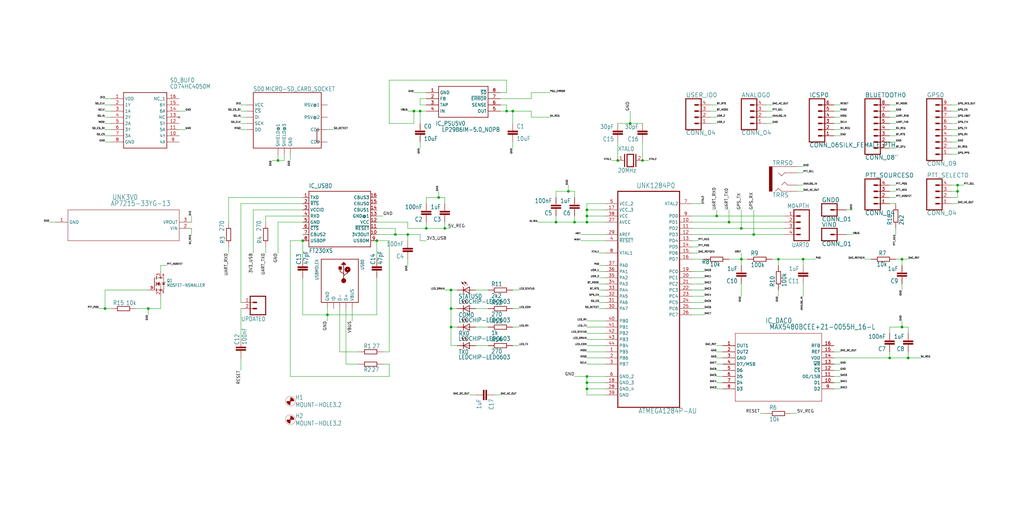
<source format=kicad_sch>
(kicad_sch (version 20211123) (generator eeschema)
  (paper "User" 421.005 210.007)
  (junction (at 241.3 88.9))
  (junction (at 393.7 76.2))
  (junction (at 154.94 99.06))
  (junction (at 330.2 106.68))
  (junction (at 264.16 66.04))
  (junction (at 236.22 91.44))
  (junction (at 114.3 66.04))
  (junction (at 162.56 96.52))
  (junction (at 180.34 81.28))
  (junction (at 259.08 50.8))
  (junction (at 210.82 45.72))
  (junction (at 299.72 91.44))
  (junction (at 304.8 106.68))
  (junction (at 241.3 86.36))
  (junction (at 185.42 127))
  (junction (at 320.04 106.68))
  (junction (at 241.3 157.48))
  (junction (at 208.28 45.72))
  (junction (at 370.84 134.62))
  (junction (at 185.42 134.62))
  (junction (at 124.46 99.06))
  (junction (at 241.3 91.44))
  (junction (at 294.64 88.9))
  (junction (at 60.96 127))
  (junction (at 365.76 147.32))
  (junction (at 370.84 106.68))
  (junction (at 373.38 147.32))
  (junction (at 134.62 129.54))
  (junction (at 241.3 154.94))
  (junction (at 182.88 93.98))
  (junction (at 43.18 127))
  (junction (at 170.18 45.72))
  (junction (at 233.68 78.74))
  (junction (at 393.7 78.74))
  (junction (at 304.8 93.98))
  (junction (at 172.72 45.72))
  (junction (at 167.64 96.52))
  (junction (at 254 66.04))
  (junction (at 241.3 160.02))
  (junction (at 185.42 119.38))
  (junction (at 309.88 96.52))
  (junction (at 228.6 91.44))
  (junction (at 175.26 93.98))
  (wire (pts (xy 342.9 157.48) (xy 345.44 157.48)))
  (wire (pts (xy 208.28 38.1) (xy 208.28 33.02)))
  (wire (pts (xy 203.2 162.56) (xy 205.74 162.56)))
  (wire (pts (xy 157.48 144.78) (xy 160.02 144.78)))
  (wire (pts (xy 370.84 134.62) (xy 373.38 134.62)))
  (wire (pts (xy 297.18 149.86) (xy 294.64 149.86)))
  (wire (pts (xy 365.76 147.32) (xy 373.38 147.32)))
  (wire (pts (xy 248.92 86.36) (xy 241.3 86.36)))
  (wire (pts (xy 99.06 147.32) (xy 99.06 152.4)))
  (wire (pts (xy 187.96 119.38) (xy 185.42 119.38)))
  (wire (pts (xy 342.9 48.26) (xy 345.44 48.26)))
  (wire (pts (xy 218.44 40.64) (xy 218.44 38.1)))
  (wire (pts (xy 175.26 91.44) (xy 175.26 93.98)))
  (wire (pts (xy 391.16 60.96) (xy 393.7 60.96)))
  (wire (pts (xy 160.02 149.86) (xy 157.48 149.86)))
  (wire (pts (xy 297.18 157.48) (xy 294.64 157.48)))
  (wire (pts (xy 185.42 127) (xy 185.42 119.38)))
  (wire (pts (xy 175.26 38.1) (xy 170.18 38.1)))
  (wire (pts (xy 93.98 81.28) (xy 93.98 91.44)))
  (wire (pts (xy 299.72 91.44) (xy 322.58 91.44)))
  (wire (pts (xy 175.26 83.82) (xy 175.26 81.28)))
  (wire (pts (xy 391.16 63.5) (xy 393.7 63.5)))
  (wire (pts (xy 342.9 152.4) (xy 345.44 152.4)))
  (wire (pts (xy 391.16 81.28) (xy 393.7 81.28)))
  (wire (pts (xy 391.16 78.74) (xy 393.7 78.74)))
  (wire (pts (xy 254 66.04) (xy 254 58.42)))
  (wire (pts (xy 160.02 33.02) (xy 160.02 50.8)))
  (wire (pts (xy 248.92 109.22) (xy 246.38 109.22)))
  (wire (pts (xy 317.5 106.68) (xy 320.04 106.68)))
  (wire (pts (xy 109.22 88.9) (xy 109.22 91.44)))
  (wire (pts (xy 172.72 45.72) (xy 170.18 45.72)))
  (wire (pts (xy 284.48 116.84) (xy 289.56 116.84)))
  (wire (pts (xy 297.18 142.24) (xy 294.64 142.24)))
  (wire (pts (xy 119.38 99.06) (xy 119.38 154.94)))
  (wire (pts (xy 134.62 53.34) (xy 137.16 53.34)))
  (wire (pts (xy 342.9 144.78) (xy 345.44 144.78)))
  (wire (pts (xy 314.96 48.26) (xy 317.5 48.26)))
  (wire (pts (xy 241.3 91.44) (xy 248.92 91.44)))
  (wire (pts (xy 370.84 106.68) (xy 370.84 109.22)))
  (wire (pts (xy 45.72 48.26) (xy 43.18 48.26)))
  (wire (pts (xy 208.28 43.18) (xy 208.28 45.72)))
  (wire (pts (xy 309.88 96.52) (xy 322.58 96.52)))
  (wire (pts (xy 60.96 127) (xy 66.04 127)))
  (wire (pts (xy 391.16 76.2) (xy 393.7 76.2)))
  (wire (pts (xy 162.56 96.52) (xy 167.64 96.52)))
  (wire (pts (xy 297.18 154.94) (xy 294.64 154.94)))
  (wire (pts (xy 284.48 129.54) (xy 289.56 129.54)))
  (wire (pts (xy 342.9 160.02) (xy 345.44 160.02)))
  (wire (pts (xy 297.18 144.78) (xy 294.64 144.78)))
  (wire (pts (xy 154.94 114.3) (xy 154.94 129.54)))
  (wire (pts (xy 327.66 71.12) (xy 330.2 71.12)))
  (wire (pts (xy 101.6 45.72) (xy 99.06 45.72)))
  (wire (pts (xy 342.9 147.32) (xy 365.76 147.32)))
  (wire (pts (xy 175.26 93.98) (xy 182.88 93.98)))
  (wire (pts (xy 254 66.04) (xy 251.46 66.04)))
  (wire (pts (xy 104.14 86.36) (xy 104.14 104.14)))
  (wire (pts (xy 167.64 91.44) (xy 167.64 93.98)))
  (wire (pts (xy 391.16 83.82) (xy 393.7 83.82)))
  (wire (pts (xy 365.76 76.2) (xy 368.3 76.2)))
  (wire (pts (xy 172.72 45.72) (xy 172.72 50.8)))
  (wire (pts (xy 182.88 91.44) (xy 182.88 93.98)))
  (wire (pts (xy 160.02 99.06) (xy 160.02 144.78)))
  (wire (pts (xy 210.82 58.42) (xy 210.82 60.96)))
  (wire (pts (xy 365.76 83.82) (xy 368.3 83.82)))
  (wire (pts (xy 228.6 78.74) (xy 233.68 78.74)))
  (wire (pts (xy 320.04 119.38) (xy 320.04 121.92)))
  (wire (pts (xy 370.84 134.62) (xy 370.84 132.08)))
  (wire (pts (xy 124.46 129.54) (xy 134.62 129.54)))
  (wire (pts (xy 154.94 96.52) (xy 162.56 96.52)))
  (wire (pts (xy 241.3 157.48) (xy 241.3 160.02)))
  (wire (pts (xy 342.9 45.72) (xy 345.44 45.72)))
  (wire (pts (xy 330.2 116.84) (xy 330.2 121.92)))
  (wire (pts (xy 124.46 91.44) (xy 114.3 91.44)))
  (wire (pts (xy 218.44 38.1) (xy 226.06 38.1)))
  (wire (pts (xy 66.04 127) (xy 66.04 121.92)))
  (wire (pts (xy 368.3 93.98) (xy 368.3 96.52)))
  (wire (pts (xy 142.24 127) (xy 142.24 149.86)))
  (wire (pts (xy 195.58 142.24) (xy 200.66 142.24)))
  (wire (pts (xy 248.92 154.94) (xy 241.3 154.94)))
  (wire (pts (xy 365.76 81.28) (xy 368.3 81.28)))
  (wire (pts (xy 60.96 127) (xy 60.96 129.54)))
  (wire (pts (xy 241.3 154.94) (xy 236.22 154.94)))
  (wire (pts (xy 248.92 132.08) (xy 241.3 132.08)))
  (wire (pts (xy 365.76 45.72) (xy 368.3 45.72)))
  (wire (pts (xy 365.76 43.18) (xy 368.3 43.18)))
  (wire (pts (xy 193.04 162.56) (xy 195.58 162.56)))
  (wire (pts (xy 228.6 88.9) (xy 228.6 91.44)))
  (wire (pts (xy 391.16 45.72) (xy 393.7 45.72)))
  (wire (pts (xy 210.82 45.72) (xy 218.44 45.72)))
  (wire (pts (xy 195.58 127) (xy 200.66 127)))
  (wire (pts (xy 284.48 111.76) (xy 289.56 111.76)))
  (wire (pts (xy 172.72 99.06) (xy 175.26 99.06)))
  (wire (pts (xy 365.76 134.62) (xy 370.84 134.62)))
  (wire (pts (xy 248.92 147.32) (xy 241.3 147.32)))
  (wire (pts (xy 284.48 114.3) (xy 289.56 114.3)))
  (wire (pts (xy 292.1 45.72) (xy 294.64 45.72)))
  (wire (pts (xy 187.96 134.62) (xy 185.42 134.62)))
  (wire (pts (xy 109.22 101.6) (xy 109.22 104.14)))
  (wire (pts (xy 299.72 106.68) (xy 304.8 106.68)))
  (wire (pts (xy 210.82 119.38) (xy 213.36 119.38)))
  (wire (pts (xy 241.3 91.44) (xy 236.22 91.44)))
  (wire (pts (xy 210.82 134.62) (xy 213.36 134.62)))
  (wire (pts (xy 304.8 93.98) (xy 304.8 86.36)))
  (wire (pts (xy 45.72 43.18) (xy 43.18 43.18)))
  (wire (pts (xy 218.44 48.26) (xy 226.06 48.26)))
  (wire (pts (xy 45.72 58.42) (xy 43.18 58.42)))
  (wire (pts (xy 284.48 96.52) (xy 309.88 96.52)))
  (wire (pts (xy 246.38 104.14) (xy 248.92 104.14)))
  (wire (pts (xy 154.94 91.44) (xy 167.64 91.44)))
  (wire (pts (xy 373.38 144.78) (xy 373.38 147.32)))
  (wire (pts (xy 139.7 144.78) (xy 147.32 144.78)))
  (wire (pts (xy 391.16 50.8) (xy 393.7 50.8)))
  (wire (pts (xy 259.08 50.8) (xy 259.08 45.72)))
  (wire (pts (xy 93.98 101.6) (xy 93.98 104.14)))
  (wire (pts (xy 154.94 106.68) (xy 154.94 99.06)))
  (wire (pts (xy 248.92 134.62) (xy 241.3 134.62)))
  (wire (pts (xy 78.74 93.98) (xy 78.74 96.52)))
  (wire (pts (xy 172.72 96.52) (xy 172.72 99.06)))
  (wire (pts (xy 299.72 91.44) (xy 299.72 86.36)))
  (wire (pts (xy 101.6 53.34) (xy 99.06 53.34)))
  (wire (pts (xy 228.6 91.44) (xy 220.98 91.44)))
  (wire (pts (xy 205.74 40.64) (xy 218.44 40.64)))
  (wire (pts (xy 101.6 50.8) (xy 99.06 50.8)))
  (wire (pts (xy 342.9 154.94) (xy 345.44 154.94)))
  (wire (pts (xy 248.92 144.78) (xy 241.3 144.78)))
  (wire (pts (xy 182.88 81.28) (xy 180.34 81.28)))
  (wire (pts (xy 342.9 50.8) (xy 345.44 50.8)))
  (wire (pts (xy 236.22 78.74) (xy 236.22 81.28)))
  (wire (pts (xy 365.76 50.8) (xy 368.3 50.8)))
  (wire (pts (xy 248.92 111.76) (xy 246.38 111.76)))
  (wire (pts (xy 248.92 121.92) (xy 246.38 121.92)))
  (wire (pts (xy 167.64 99.06) (xy 167.64 96.52)))
  (wire (pts (xy 73.66 53.34) (xy 76.2 53.34)))
  (wire (pts (xy 248.92 119.38) (xy 246.38 119.38)))
  (wire (pts (xy 330.2 106.68) (xy 335.28 106.68)))
  (wire (pts (xy 241.3 88.9) (xy 241.3 91.44)))
  (wire (pts (xy 314.96 170.18) (xy 312.42 170.18)))
  (wire (pts (xy 236.22 88.9) (xy 236.22 91.44)))
  (wire (pts (xy 241.3 160.02) (xy 241.3 162.56)))
  (wire (pts (xy 259.08 50.8) (xy 264.16 50.8)))
  (wire (pts (xy 43.18 127) (xy 43.18 119.38)))
  (wire (pts (xy 284.48 104.14) (xy 287.02 104.14)))
  (wire (pts (xy 124.46 114.3) (xy 124.46 129.54)))
  (wire (pts (xy 393.7 81.28) (xy 393.7 78.74)))
  (wire (pts (xy 124.46 99.06) (xy 119.38 99.06)))
  (wire (pts (xy 248.92 96.52) (xy 238.76 96.52)))
  (wire (pts (xy 182.88 83.82) (xy 182.88 81.28)))
  (wire (pts (xy 175.26 40.64) (xy 172.72 40.64)))
  (wire (pts (xy 304.8 116.84) (xy 304.8 121.92)))
  (wire (pts (xy 365.76 144.78) (xy 365.76 147.32)))
  (wire (pts (xy 172.72 58.42) (xy 172.72 60.96)))
  (wire (pts (xy 248.92 114.3) (xy 246.38 114.3)))
  (wire (pts (xy 373.38 134.62) (xy 373.38 137.16)))
  (wire (pts (xy 195.58 134.62) (xy 200.66 134.62)))
  (wire (pts (xy 101.6 43.18) (xy 99.06 43.18)))
  (wire (pts (xy 391.16 55.88) (xy 393.7 55.88)))
  (wire (pts (xy 185.42 119.38) (xy 182.88 119.38)))
  (wire (pts (xy 314.96 50.8) (xy 317.5 50.8)))
  (wire (pts (xy 170.18 45.72) (xy 167.64 45.72)))
  (wire (pts (xy 180.34 81.28) (xy 175.26 81.28)))
  (wire (pts (xy 241.3 154.94) (xy 241.3 157.48)))
  (wire (pts (xy 114.3 91.44) (xy 114.3 104.14)))
  (wire (pts (xy 160.02 154.94) (xy 160.02 149.86)))
  (wire (pts (xy 172.72 43.18) (xy 175.26 43.18)))
  (wire (pts (xy 43.18 127) (xy 40.64 127)))
  (wire (pts (xy 248.92 127) (xy 246.38 127)))
  (wire (pts (xy 342.9 53.34) (xy 345.44 53.34)))
  (wire (pts (xy 144.78 127) (xy 144.78 132.08)))
  (wire (pts (xy 370.84 116.84) (xy 370.84 119.38)))
  (wire (pts (xy 248.92 139.7) (xy 241.3 139.7)))
  (wire (pts (xy 347.98 96.52) (xy 350.52 96.52)))
  (wire (pts (xy 124.46 99.06) (xy 124.46 106.68)))
  (wire (pts (xy 292.1 50.8) (xy 294.64 50.8)))
  (wire (pts (xy 22.86 91.44) (xy 20.32 91.44)))
  (wire (pts (xy 365.76 78.74) (xy 368.3 78.74)))
  (wire (pts (xy 124.46 88.9) (xy 109.22 88.9)))
  (wire (pts (xy 327.66 78.74) (xy 330.2 78.74)))
  (wire (pts (xy 365.76 48.26) (xy 368.3 48.26)))
  (wire (pts (xy 45.72 55.88) (xy 43.18 55.88)))
  (wire (pts (xy 241.3 86.36) (xy 241.3 88.9)))
  (wire (pts (xy 154.94 88.9) (xy 157.48 88.9)))
  (wire (pts (xy 304.8 93.98) (xy 322.58 93.98)))
  (wire (pts (xy 284.48 99.06) (xy 287.02 99.06)))
  (wire (pts (xy 365.76 55.88) (xy 368.3 55.88)))
  (wire (pts (xy 248.92 142.24) (xy 241.3 142.24)))
  (wire (pts (xy 99.06 83.82) (xy 99.06 124.46)))
  (wire (pts (xy 365.76 53.34) (xy 368.3 53.34)))
  (wire (pts (xy 391.16 48.26) (xy 393.7 48.26)))
  (wire (pts (xy 294.64 88.9) (xy 322.58 88.9)))
  (wire (pts (xy 304.8 106.68) (xy 307.34 106.68)))
  (wire (pts (xy 124.46 83.82) (xy 99.06 83.82)))
  (wire (pts (xy 330.2 106.68) (xy 330.2 109.22)))
  (wire (pts (xy 304.8 106.68) (xy 304.8 109.22)))
  (wire (pts (xy 365.76 137.16) (xy 365.76 134.62)))
  (wire (pts (xy 292.1 43.18) (xy 294.64 43.18)))
  (wire (pts (xy 180.34 81.28) (xy 180.34 78.74)))
  (wire (pts (xy 304.8 106.68) (xy 304.8 104.14)))
  (wire (pts (xy 248.92 149.86) (xy 241.3 149.86)))
  (wire (pts (xy 134.62 127) (xy 134.62 129.54)))
  (wire (pts (xy 393.7 78.74) (xy 393.7 76.2)))
  (wire (pts (xy 241.3 83.82) (xy 241.3 86.36)))
  (wire (pts (xy 154.94 129.54) (xy 134.62 129.54)))
  (wire (pts (xy 208.28 45.72) (xy 210.82 45.72)))
  (wire (pts (xy 124.46 86.36) (xy 104.14 86.36)))
  (wire (pts (xy 233.68 78.74) (xy 233.68 76.2)))
  (wire (pts (xy 309.88 96.52) (xy 309.88 86.36)))
  (wire (pts (xy 45.72 127) (xy 43.18 127)))
  (wire (pts (xy 185.42 134.62) (xy 185.42 127)))
  (wire (pts (xy 218.44 45.72) (xy 218.44 48.26)))
  (wire (pts (xy 325.12 170.18) (xy 327.66 170.18)))
  (wire (pts (xy 236.22 91.44) (xy 228.6 91.44)))
  (wire (pts (xy 297.18 152.4) (xy 294.64 152.4)))
  (wire (pts (xy 248.92 99.06) (xy 238.76 99.06)))
  (wire (pts (xy 365.76 58.42) (xy 368.3 58.42)))
  (wire (pts (xy 134.62 129.54) (xy 134.62 132.08)))
  (wire (pts (xy 294.64 86.36) (xy 294.64 88.9)))
  (wire (pts (xy 45.72 50.8) (xy 43.18 50.8)))
  (wire (pts (xy 172.72 40.64) (xy 172.72 43.18)))
  (wire (pts (xy 208.28 33.02) (xy 160.02 33.02)))
  (wire (pts (xy 116.84 66.04) (xy 114.3 66.04)))
  (wire (pts (xy 116.84 63.5) (xy 116.84 66.04)))
  (wire (pts (xy 342.9 43.18) (xy 345.44 43.18)))
  (wire (pts (xy 314.96 45.72) (xy 317.5 45.72)))
  (wire (pts (xy 248.92 137.16) (xy 241.3 137.16)))
  (wire (pts (xy 284.48 124.46) (xy 289.56 124.46)))
  (wire (pts (xy 347.98 86.36) (xy 350.52 86.36)))
  (wire (pts (xy 254 50.8) (xy 259.08 50.8)))
  (wire (pts (xy 43.18 119.38) (xy 60.96 119.38)))
  (wire (pts (xy 210.82 127) (xy 213.36 127)))
  (wire (pts (xy 154.94 99.06) (xy 160.02 99.06)))
  (wire (pts (xy 284.48 91.44) (xy 299.72 91.44)))
  (wire (pts (xy 114.3 66.04) (xy 111.76 66.04)))
  (wire (pts (xy 154.94 93.98) (xy 162.56 93.98)))
  (wire (pts (xy 368.3 106.68) (xy 370.84 106.68)))
  (wire (pts (xy 391.16 53.34) (xy 393.7 53.34)))
  (wire (pts (xy 264.16 66.04) (xy 264.16 58.42)))
  (wire (pts (xy 160.02 50.8) (xy 170.18 50.8)))
  (wire (pts (xy 45.72 40.64) (xy 43.18 40.64)))
  (wire (pts (xy 205.74 38.1) (xy 208.28 38.1)))
  (wire (pts (xy 248.92 160.02) (xy 241.3 160.02)))
  (wire (pts (xy 248.92 124.46) (xy 246.38 124.46)))
  (wire (pts (xy 139.7 127) (xy 139.7 144.78)))
  (wire (pts (xy 284.48 88.9) (xy 294.64 88.9)))
  (wire (pts (xy 55.88 127) (xy 60.96 127)))
  (wire (pts (xy 289.56 83.82) (xy 284.48 83.82)))
  (wire (pts (xy 248.92 83.82) (xy 241.3 83.82)))
  (wire (pts (xy 284.48 119.38) (xy 289.56 119.38)))
  (wire (pts (xy 393.7 76.2) (xy 396.24 76.2)))
  (wire (pts (xy 284.48 106.68) (xy 289.56 106.68)))
  (wire (pts (xy 119.38 63.5) (xy 119.38 66.04)))
  (wire (pts (xy 327.66 76.2) (xy 330.2 76.2)))
  (wire (pts (xy 342.9 55.88) (xy 345.44 55.88)))
  (wire (pts (xy 284.48 101.6) (xy 287.02 101.6)))
  (wire (pts (xy 187.96 142.24) (xy 185.42 142.24)))
  (wire (pts (xy 342.9 149.86) (xy 345.44 149.86)))
  (wire (pts (xy 185.42 142.24) (xy 185.42 134.62)))
  (wire (pts (xy 210.82 45.72) (xy 210.82 50.8)))
  (wire (pts (xy 66.04 109.22) (xy 68.58 109.22)))
  (wire (pts (xy 205.74 45.72) (xy 208.28 45.72)))
  (wire (pts (xy 292.1 48.26) (xy 294.64 48.26)))
  (wire (pts (xy 365.76 60.96) (xy 368.3 60.96)))
  (wire (pts (xy 284.48 127) (xy 289.56 127)))
  (wire (pts (xy 99.06 127) (xy 99.06 139.7)))
  (wire (pts (xy 73.66 45.72) (xy 76.2 45.72)))
  (wire (pts (xy 297.18 160.02) (xy 294.64 160.02)))
  (wire (pts (xy 119.38 154.94) (xy 160.02 154.94)))
  (wire (pts (xy 358.14 106.68) (xy 355.6 106.68)))
  (wire (pts (xy 167.64 106.68) (xy 167.64 109.22)))
  (wire (pts (xy 264.16 66.04) (xy 266.7 66.04)))
  (wire (pts (xy 233.68 78.74) (xy 236.22 78.74)))
  (wire (pts (xy 320.04 106.68) (xy 330.2 106.68)))
  (wire (pts (xy 45.72 45.72) (xy 43.18 45.72)))
  (wire (pts (xy 78.74 91.44) (xy 78.74 88.9)))
  (wire (pts (xy 241.3 162.56) (xy 248.92 162.56)))
  (wire (pts (xy 167.64 96.52) (xy 172.72 96.52)))
  (wire (pts (xy 66.04 111.76) (xy 66.04 109.22)))
  (wire (pts (xy 327.66 68.58) (xy 330.2 68.58)))
  (wire (pts (xy 187.96 127) (xy 185.42 127)))
  (wire (pts (xy 297.18 147.32) (xy 294.64 147.32)))
  (wire (pts (xy 114.3 63.5) (xy 114.3 66.04)))
  (wire (pts (xy 391.16 58.42) (xy 393.7 58.42)))
  (wire (pts (xy 248.92 157.48) (xy 241.3 157.48)))
  (wire (pts (xy 162.56 93.98) (xy 162.56 96.52)))
  (wire (pts (xy 228.6 81.28) (xy 228.6 78.74)))
  (wire (pts (xy 373.38 147.32) (xy 378.46 147.32)))
  (wire (pts (xy 124.46 81.28) (xy 93.98 81.28)))
  (wire (pts (xy 170.18 50.8) (xy 170.18 45.72)))
  (wire (pts (xy 370.84 106.68) (xy 373.38 106.68)))
  (wire (pts (xy 167.64 93.98) (xy 175.26 93.98)))
  (wire (pts (xy 284.48 93.98) (xy 304.8 93.98)))
  (wire (pts (xy 210.82 142.24) (xy 213.36 142.24)))
  (wire (pts (xy 147.32 149.86) (xy 142.24 149.86)))
  (wire (pts (xy 195.58 119.38) (xy 200.66 119.38)))
  (wire (pts (xy 205.74 43.18) (xy 208.28 43.18)))
  (wire (pts (xy 320.04 106.68) (xy 320.04 109.22)))
  (wire (pts (xy 391.16 43.18) (xy 393.7 43.18)))
  (wire (pts (xy 45.72 53.34) (xy 43.18 53.34)))
  (wire (pts (xy 314.96 43.18) (xy 317.5 43.18)))
  (wire (pts (xy 248.92 88.9) (xy 241.3 88.9)))
  (wire (pts (xy 284.48 121.92) (xy 289.56 121.92)))
  (wire (pts (xy 182.88 93.98) (xy 185.42 93.98)))
  (wire (pts (xy 248.92 116.84) (xy 246.38 116.84)))
  (wire (pts (xy 101.6 48.26) (xy 99.06 48.26)))
  (wire (pts (xy 175.26 45.72) (xy 172.72 45.72)))
  (label "DAC7" (at 294.64 149.86 180) (effects (font (size 0.7112 0.7112))))
  (label "DAC3" (at 289.56 119.38 0) (effects (font (size 0.7112 0.7112))))
  (label "SD_CS" (at 246.38 124.46 180) (effects (font (size 0.7112 0.7112))))
  (label "PA0" (at 246.38 109.22 180) (effects (font (size 0.7112 0.7112))))
  (label "DAC5" (at 289.56 124.46 0) (effects (font (size 0.7112 0.7112))))
  (label "5V_REG" (at 226.06 48.26 0) (effects (font (size 0.7112 0.7112))))
  (label "GND" (at 111.76 66.04 270) (effects (font (size 0.7112 0.7112))))
  (label "MOSI" (at 43.18 50.8 180) (effects (font (size 0.7112 0.7112))))
  (label "UART_TX0" (at 299.72 86.36 90) (effects (font (size 1.2446 1.2446))))
  (label "GPS_EN" (at 246.38 121.92 180) (effects (font (size 0.7112 0.7112))))
  (label "PTT_POS" (at 40.64 127 180) (effects (font (size 0.7112 0.7112))))
  (label "SD_CLK" (at 99.06 50.8 180) (effects (font (size 0.7112 0.7112))))
  (label "DAC2" (at 345.44 160.02 0) (effects (font (size 0.7112 0.7112))))
  (label "BT_DFU" (at 368.3 60.96 0) (effects (font (size 0.7112 0.7112))))
  (label "GND" (at 294.64 144.78 180) (effects (font (size 0.7112 0.7112))))
  (label "BT_MODE" (at 246.38 116.84 180) (effects (font (size 0.7112 0.7112))))
  (label "VBUS" (at 350.52 96.52 0) (effects (font (size 0.7112 0.7112))))
  (label "GND" (at 233.68 76.2 90) (effects (font (size 0.7112 0.7112))))
  (label "GND" (at 304.8 121.92 270) (effects (font (size 0.7112 0.7112))))
  (label "GND" (at 134.62 132.08 270) (effects (font (size 1.2446 1.2446))))
  (label "DAC6" (at 289.56 127 0) (effects (font (size 0.7112 0.7112))))
  (label "GND" (at 393.7 58.42 0) (effects (font (size 0.7112 0.7112))))
  (label "ANALOG_IN" (at 330.2 76.2 0) (effects (font (size 0.7112 0.7112))))
  (label "GND" (at 370.84 132.08 90) (effects (font (size 0.7112 0.7112))))
  (label "GND" (at 320.04 121.92 270) (effects (font (size 0.7112 0.7112))))
  (label "GPS_TX" (at 304.8 86.36 90) (effects (font (size 1.2446 1.2446))))
  (label "LED_DRAIN" (at 241.3 139.7 180) (effects (font (size 0.7112 0.7112))))
  (label "5V_REG" (at 220.98 91.44 180) (effects (font (size 0.569 0.569))))
  (label "GND" (at 180.34 78.74 90) (effects (font (size 0.7112 0.7112))))
  (label "GPS_FIX" (at 393.7 50.8 0) (effects (font (size 0.7112 0.7112))))
  (label "DAC_AC_OUT" (at 330.2 78.74 0) (effects (font (size 0.7112 0.7112))))
  (label "DAC0" (at 345.44 154.94 0) (effects (font (size 0.7112 0.7112))))
  (label "BT_RTS" (at 294.64 43.18 0) (effects (font (size 0.7112 0.7112))))
  (label "GND" (at 76.2 53.34 0) (effects (font (size 0.7112 0.7112))))
  (label "DAC5" (at 294.64 154.94 180) (effects (font (size 0.7112 0.7112))))
  (label "BT_MODE" (at 294.64 45.72 0) (effects (font (size 0.7112 0.7112))))
  (label "SCLK" (at 241.3 149.86 180) (effects (font (size 0.7112 0.7112))))
  (label "MOSI" (at 241.3 144.78 180) (effects (font (size 0.7112 0.7112))))
  (label "PA0" (at 335.28 106.68 0) (effects (font (size 0.7112 0.7112))))
  (label "GND" (at 167.64 109.22 270) (effects (font (size 0.7112 0.7112))))
  (label "GPS_RX" (at 393.7 55.88 0) (effects (font (size 0.7112 0.7112))))
  (label "GND" (at 157.48 88.9 0) (effects (font (size 1.2446 1.2446))))
  (label "GND" (at 370.84 119.38 270) (effects (font (size 0.7112 0.7112))))
  (label "LED_STATUS" (at 213.36 119.38 0) (effects (font (size 0.7112 0.7112))))
  (label "GND" (at 317.5 50.8 0) (effects (font (size 0.7112 0.7112))))
  (label "DAC_DC_OUT" (at 193.04 162.56 180) (effects (font (size 0.7112 0.7112))))
  (label "GND" (at 330.2 68.58 0) (effects (font (size 0.7112 0.7112))))
  (label "SD_CS_3V" (at 99.06 45.72 180) (effects (font (size 0.7112 0.7112))))
  (label "DAC3" (at 294.64 160.02 180) (effects (font (size 0.7112 0.7112))))
  (label "GND" (at 20.32 91.44 180) (effects (font (size 0.7112 0.7112))))
  (label "PTT_SEL" (at 396.24 76.2 0) (effects (font (size 0.7112 0.7112))))
  (label "RESET" (at 345.44 43.18 0) (effects (font (size 0.7112 0.7112))))
  (label "DAC1" (at 289.56 114.3 0) (effects (font (size 0.7112 0.7112))))
  (label "5V_REG" (at 327.66 170.18 0) (effects (font (size 1.2446 1.2446))))
  (label "GND" (at 259.08 45.72 90) (effects (font (size 1.2446 1.2446))))
  (label "DAC_AC_OUT" (at 393.7 83.82 0) (effects (font (size 0.7112 0.7112))))
  (label "GND" (at 119.38 66.04 270) (effects (font (size 0.7112 0.7112))))
  (label "PTT_SEL" (at 317.5 45.72 0) (effects (font (size 0.7112 0.7112))))
  (label "UART_RX0" (at 93.98 104.14 270) (effects (font (size 1.2446 1.2446))))
  (label "PTT_NEG" (at 368.3 96.52 270) (effects (font (size 0.7112 0.7112))))
  (label "LED_RX" (at 241.3 132.08 180) (effects (font (size 0.7112 0.7112))))
  (label "5V_REG" (at 78.74 96.52 270) (effects (font (size 0.7112 0.7112))))
  (label "GPS_PPS" (at 393.7 63.5 0) (effects (font (size 0.7112 0.7112))))
  (label "PSU_ERROR" (at 226.06 38.1 0) (effects (font (size 0.7112 0.7112))))
  (label "MISO" (at 99.06 53.34 180) (effects (font (size 0.7112 0.7112))))
  (label "3V3" (at 78.74 88.9 90) (effects (font (size 0.7112 0.7112))))
  (label "DAC_REF" (at 373.38 106.68 0) (effects (font (size 0.7112 0.7112))))
  (label "RESET" (at 99.06 152.4 270) (effects (font (size 1.2446 1.2446))))
  (label "DAC_REF" (at 294.64 142.24 180) (effects (font (size 0.7112 0.7112))))
  (label "SD_DETECT" (at 246.38 127 180) (effects (font (size 0.7112 0.7112))))
  (label "DAC7" (at 289.56 129.54 0) (effects (font (size 0.7112 0.7112))))
  (label "GND" (at 345.44 152.4 0) (effects (font (size 0.7112 0.7112))))
  (label "5V_REG" (at 368.3 53.34 0) (effects (font (size 0.7112 0.7112))))
  (label "MOSI" (at 345.44 48.26 0) (effects (font (size 0.7112 0.7112))))
  (label "DAC2" (at 289.56 116.84 0) (effects (font (size 0.7112 0.7112))))
  (label "5V_REG" (at 378.46 147.32 0) (effects (font (size 0.7112 0.7112))))
  (label "PTT_NEG" (at 287.02 99.06 0) (effects (font (size 0.7112 0.7112))))
  (label "DAC_AC_OUT" (at 317.5 43.18 0) (effects (font (size 0.7112 0.7112))))
  (label "GND" (at 350.52 86.36 90) (effects (font (size 0.7112 0.7112))))
  (label "UART_RX0" (at 294.64 86.36 90) (effects (font (size 1.2446 1.2446))))
  (label "3V3" (at 99.06 43.18 180) (effects (font (size 0.7112 0.7112))))
  (label "GND" (at 368.3 45.72 0) (effects (font (size 0.7112 0.7112))))
  (label "DAC_REFGEN" (at 355.6 106.68 180) (effects (font (size 0.7112 0.7112))))
  (label "BT_RTS" (at 246.38 119.38 180) (effects (font (size 0.7112 0.7112))))
  (label "VBUS" (at 167.64 45.72 180) (effects (font (size 0.7112 0.7112))))
  (label "SD_CS" (at 43.18 55.88 180) (effects (font (size 0.7112 0.7112))))
  (label "GPS_3V3_OUT" (at 393.7 43.18 0) (effects (font (size 0.7112 0.7112))))
  (label "GND" (at 236.22 154.94 180) (effects (font (size 1.2446 1.2446))))
  (label "GND" (at 172.72 60.96 270) (effects (font (size 0.7112 0.7112))))
  (label "GPS_VBAT" (at 393.7 48.26 0) (effects (font (size 0.7112 0.7112))))
  (label "GND" (at 170.18 38.1 180) (effects (font (size 0.7112 0.7112))))
  (label "LED_COM" (at 213.36 127 0) (effects (font (size 0.7112 0.7112))))
  (label "SD_CS_3V" (at 43.18 53.34 180) (effects (font (size 0.7112 0.7112))))
  (label "GND" (at 368.3 58.42 0) (effects (font (size 0.7112 0.7112))))
  (label "GND" (at 76.2 45.72 0) (effects (font (size 0.7112 0.7112))))
  (label "ANALOG_IN" (at 317.5 48.26 0) (effects (font (size 0.7112 0.7112))))
  (label "GND" (at 114.3 104.14 270) (effects (font (size 1.2446 1.2446))))
  (label "DAC_AC_OUT" (at 205.74 162.56 0) (effects (font (size 0.7112 0.7112))))
  (label "DAC_DC_OUT" (at 345.44 144.78 0) (effects (font (size 0.7112 0.7112))))
  (label "DAC0" (at 289.56 111.76 0) (effects (font (size 0.7112 0.7112))))
  (label "5V_REG" (at 345.44 53.34 0) (effects (font (size 0.7112 0.7112))))
  (label "PTT_MOSFET" (at 68.58 109.22 0) (effects (font (size 0.7112 0.7112))))
  (label "GPS_TX" (at 393.7 53.34 0) (effects (font (size 0.7112 0.7112))))
  (label "VBUS" (at 144.78 132.08 270) (effects (font (size 1.2446 1.2446))))
  (label "DAC1" (at 345.44 157.48 0) (effects (font (size 0.7112 0.7112))))
  (label "RESET" (at 312.42 170.18 180) (effects (font (size 1.2446 1.2446))))
  (label "XTAL1" (at 246.38 104.14 180) (effects (font (size 0.7112 0.7112))))
  (label "MISO" (at 345.44 45.72 0) (effects (font (size 0.7112 0.7112))))
  (label "PTT_POS" (at 368.3 76.2 0) (effects (font (size 0.7112 0.7112))))
  (label "LED_DRAIN" (at 182.88 119.38 180) (effects (font (size 0.7112 0.7112))))
  (label "GND" (at 60.96 129.54 270) (effects (font (size 0.7112 0.7112))))
  (label "USR_1" (at 294.64 50.8 0) (effects (font (size 0.7112 0.7112))))
  (label "DAC_REFGEN" (at 287.02 104.14 0) (effects (font (size 0.7112 0.7112))))
  (label "LED_TX" (at 213.36 142.24 0) (effects (font (size 0.7112 0.7112))))
  (label "GPS_EN" (at 393.7 45.72 0) (effects (font (size 0.7112 0.7112))))
  (label "UART_TX0" (at 109.22 104.14 270) (effects (font (size 1.2446 1.2446))))
  (label "SCLK" (at 345.44 50.8 0) (effects (font (size 0.7112 0.7112))))
  (label "XTAL1" (at 251.46 66.04 180) (effects (font (size 0.7112 0.7112))))
  (label "5V_REG" (at 184.15 93.98 0) (effects (font (size 1.2446 1.2446))))
  (label "DAC4" (at 294.64 157.48 180) (effects (font (size 0.7112 0.7112))))
  (label "USR_1" (at 246.38 111.76 180) (effects (font (size 0.7112 0.7112))))
  (label "GND" (at 345.44 149.86 0) (effects (font (size 0.7112 0.7112))))
  (label "SD_DETECT" (at 137.16 53.34 0) (effects (font (size 0.7112 0.7112))))
  (label "DAC4" (at 289.56 121.92 0) (effects (font (size 0.7112 0.7112))))
  (label "UART_RX0" (at 368.3 48.26 0) (effects (font (size 0.7112 0.7112))))
  (label "BT_MODE" (at 368.3 43.18 0) (effects (font (size 0.7112 0.7112))))
  (label "MISO" (at 241.3 147.32 180) (effects (font (size 0.7112 0.7112))))
  (label "LED_COM" (at 241.3 142.24 180) (effects (font (size 0.7112 0.7112))))
  (label "USR_2" (at 294.64 48.26 0) (effects (font (size 0.7112 0.7112))))
  (label "AREF" (at 304.8 104.14 180) (effects (font (size 0.7112 0.7112))))
  (label "PTT_MOSFET" (at 368.3 81.28 0) (effects (font (size 0.7112 0.7112))))
  (label "BT_RTS" (at 368.3 55.88 0) (effects (font (size 0.7112 0.7112))))
  (label "GND" (at 43.18 58.42 180) (effects (font (size 0.7112 0.7112))))
  (label "RESET" (at 238.76 99.06 180) (effects (font (size 0.569 0.569))))
  (label "PTT_SEL" (at 330.2 71.12 0) (effects (font (size 0.7112 0.7112))))
  (label "LED_STATUS" (at 241.3 137.16 180) (effects (font (size 0.7112 0.7112))))
  (label "SD_IN" (at 99.06 48.26 180) (effects (font (size 0.7112 0.7112))))
  (label "USR_2" (at 246.38 114.3 180) (effects (font (size 0.7112 0.7112))))
  (label "3V3_USB" (at 104.14 104.14 270) (effects (font (size 1.2446 1.2446))))
  (label "PTT_POS" (at 287.02 101.6 0) (effects (font (size 0.7112 0.7112))))
  (label "GND" (at 345.44 55.88 0) (effects (font (size 0.7112 0.7112))))
  (label "DAC6" (at 294.64 152.4 180) (effects (font (size 0.7112 0.7112))))
  (label "SD_IN" (at 43.18 48.26 180) (effects (font (size 0.7112 0.7112))))
  (label "SD_CLK" (at 43.18 43.18 180) (effects (font (size 0.7112 0.7112))))
  (label "UART_TX0" (at 368.3 50.8 0) (effects (font (size 0.7112 0.7112))))
  (label "AREF" (at 238.76 96.52 180) (effects (font (size 0.569 0.569))))
  (label "LED_TX" (at 241.3 134.62 180) (effects (font (size 0.7112 0.7112))))
  (label "3V3" (at 43.18 40.64 180) (effects (font (size 0.7112 0.7112))))
  (label "GND" (at 294.64 147.32 180) (effects (font (size 0.7112 0.7112))))
  (label "GND" (at 210.82 60.96 270) (effects (font (size 0.7112 0.7112))))
  (label "3V3_USB" (at 175.26 99.06 0) (effects (font (size 1.2446 1.2446))))
  (label "XTAL2" (at 289.56 83.82 90) (effects (font (size 0.7112 0.7112))))
  (label "5V_REG" (at 393.7 60.96 0) (effects (font (size 0.7112 0.7112))))
  (label "PTT_NEG" (at 368.3 78.74 0) (effects (font (size 0.7112 0.7112))))
  (label "XTAL2" (at 266.7 66.04 0) (effects (font (size 0.7112 0.7112))))
  (label "GPS_RX" (at 309.88 86.36 90) (effects (font (size 1.2446 1.2446))))
  (label "SCLK" (at 43.18 45.72 180) (effects (font (size 0.7112 0.7112))))
  (label "ANALOG_IN" (at 330.2 121.92 270) (effects (font (size 0.7112 0.7112))))
  (label "LED_RX" (at 213.36 134.62 0) (effects (font (size 0.7112 0.7112))))
  (symbol (lib_id "OpenModem_Schematic-eagle-import:LEDCHIP-LED0603") (at 193.04 119.38 270) (unit 1)
    (property "Reference" "STATUS0" (at 188.468 122.936 90) (effects (font (size 1.778 1.5113)) (justify left bottom)))
    (property "Value" "LEDCHIP-LED0603" (at 188.468 125.095 90) (effects (font (size 1.778 1.5113)) (justify left bottom)))
    (property "Footprint" "LED_SMD:LED_0603_1608Metric" (effects hide))
  )
  (symbol (lib_id "OpenModem_Schematic-eagle-import:R-EU_R0603") (at 109.22 96.52 90) (unit 1)
    (property "Reference" "R4" (at 107.7214 100.33 0) (effects (font (size 1.778 1.5113)) (justify left bottom)))
    (property "Value" "270" (at 107.442 95.25 0) (effects (font (size 1.778 1.5113)) (justify left bottom)))
    (property "Footprint" "Resistor_SMD:R_0603_1608Metric" (effects hide))
  )
  (symbol (lib_id "OpenModem_Schematic-eagle-import:C-EUC0805") (at 210.82 53.34 0) (unit 1)
    (property "Reference" "C1" (at 212.344 52.959 0) (effects (font (size 1.778 1.5113)) (justify left bottom)))
    (property "Value" "10uF" (at 212.344 58.039 0) (effects (font (size 1.778 1.5113)) (justify left bottom)))
    (property "Footprint" "Capacitor_SMD:C_0805_2012Metric" (effects hide))
  )
  (symbol (lib_id "OpenModem_Schematic-eagle-import:MAX5480BCEE+21-0055H_16-L") (at 294.64 142.24 0) (unit 1)
    (property "Reference" "IC_DAC0" (at 314.6806 133.1214 0) (effects (font (size 2.0828 1.7703)) (justify left bottom)))
    (property "Value" "MAX5480BCEE+21-0055H_16-L" (at 316.2554 135.6614 0) (effects (font (size 2.0828 1.7703)) (justify left bottom)))
    (property "Footprint" "OpenModem_Schematic:21-0055H_16-L" (effects hide))
  )
  (symbol (lib_id "OpenModem_Schematic-eagle-import:AP7215-33YG-13") (at 20.32 91.44 0) (unit 1)
    (property "Reference" "UNK3V0" (at 46.0756 82.3214 0) (effects (font (size 2.0828 1.7703)) (justify left bottom)))
    (property "Value" "AP7215-33YG-13" (at 45.4406 84.8614 0) (effects (font (size 2.0828 1.7703)) (justify left bottom)))
    (property "Footprint" "OpenModem_Schematic:SOT89-3L" (effects hide))
  )
  (symbol (lib_id "OpenModem_Schematic-eagle-import:C-EUC0603") (at 99.06 144.78 180) (unit 1)
    (property "Reference" "C12" (at 98.425 141.986 90) (effects (font (size 1.778 1.5113)) (justify right top)))
    (property "Value" "100nF" (at 101.473 141.986 90) (effects (font (size 1.778 1.5113)) (justify right top)))
    (property "Footprint" "Capacitor_SMD:C_0603_1608Metric" (effects hide))
  )
  (symbol (lib_id "OpenModem_Schematic-eagle-import:ATMEGA1284P-AU") (at 266.7 119.38 0) (unit 1)
    (property "Reference" "UNK1284P0" (at 261.6708 77.4954 0) (effects (font (size 2.0828 1.7703)) (justify left bottom)))
    (property "Value" "ATMEGA1284P-AU" (at 262.4074 170.2308 0) (effects (font (size 2.0828 1.7703)) (justify left bottom)))
    (property "Footprint" "OpenModem_Schematic:QFP80P1200X1200X120-44N" (effects hide))
  )
  (symbol (lib_id "OpenModem_Schematic-eagle-import:R-EU_R0603") (at 152.4 149.86 180) (unit 1)
    (property "Reference" "R2" (at 152.654 151.1046 0) (effects (font (size 1.778 1.5113)) (justify left bottom)))
    (property "Value" "27" (at 155.956 151.13 0) (effects (font (size 1.778 1.5113)) (justify left bottom)))
    (property "Footprint" "Resistor_SMD:R_0603_1608Metric" (effects hide))
  )
  (symbol (lib_id "OpenModem_Schematic-eagle-import:R-EU_R0603") (at 312.42 106.68 0) (unit 1)
    (property "Reference" "R9" (at 308.61 105.1814 0) (effects (font (size 1.778 1.5113)) (justify left bottom)))
    (property "Value" "100k" (at 308.61 109.982 0) (effects (font (size 1.778 1.5113)) (justify left bottom)))
    (property "Footprint" "Resistor_SMD:R_0603_1608Metric" (effects hide))
  )
  (symbol (lib_id "OpenModem_Schematic-eagle-import:CONN_09") (at 381 53.34 0) (unit 1)
    (property "Reference" "GPS0" (at 381 40.132 0) (effects (font (size 1.778 1.778)) (justify left bottom)))
    (property "Value" "CONN_09" (at 381 68.326 0) (effects (font (size 1.778 1.778)) (justify left bottom)))
    (property "Footprint" "OpenModem_Schematic:1X09" (effects hide))
  )
  (symbol (lib_id "OpenModem_Schematic-eagle-import:FT230XS") (at 139.7 88.9 0) (unit 1)
    (property "Reference" "IC_USB0" (at 127 77.47 0) (effects (font (size 1.778 1.5113)) (justify left bottom)))
    (property "Value" "FT230XS" (at 127 104.14 0) (effects (font (size 1.778 1.5113)) (justify left bottom)))
    (property "Footprint" "OpenModem_Schematic:SSOP16" (effects hide))
  )
  (symbol (lib_id "OpenModem_Schematic-eagle-import:C-EUC0603") (at 175.26 88.9 180) (unit 1)
    (property "Reference" "C2" (at 173.736 89.281 0) (effects (font (size 1.778 1.5113)) (justify left bottom)))
    (property "Value" "100nF" (at 173.736 84.201 0) (effects (font (size 1.778 1.5113)) (justify left bottom)))
    (property "Footprint" "Capacitor_SMD:C_0603_1608Metric" (effects hide))
  )
  (symbol (lib_id "OpenModem_Schematic-eagle-import:MOSFET-NSMALLER") (at 63.5 116.84 0) (unit 1)
    (property "Reference" "Q1" (at 68.58 116.205 0) (effects (font (size 1.27 1.0795)) (justify left bottom)))
    (property "Value" "MOSFET-NSMALLER" (at 68.58 118.11 0) (effects (font (size 1.27 1.0795)) (justify left bottom)))
    (property "Footprint" "OpenModem_Schematic:SOT23-SMALLER" (effects hide))
  )
  (symbol (lib_id "OpenModem_Schematic-eagle-import:C-EUC0603") (at 236.22 86.36 180) (unit 1)
    (property "Reference" "C6" (at 234.696 86.741 0) (effects (font (size 1.778 1.5113)) (justify left bottom)))
    (property "Value" "1uF" (at 234.696 81.661 0) (effects (font (size 1.778 1.5113)) (justify left bottom)))
    (property "Footprint" "Capacitor_SMD:C_0603_1608Metric" (effects hide))
  )
  (symbol (lib_id "OpenModem_Schematic-eagle-import:R-EU_R0603") (at 320.04 170.18 0) (unit 1)
    (property "Reference" "R6" (at 316.23 168.6814 0) (effects (font (size 1.778 1.5113)) (justify left bottom)))
    (property "Value" "10k" (at 316.23 173.482 0) (effects (font (size 1.778 1.5113)) (justify left bottom)))
    (property "Footprint" "Resistor_SMD:R_0603_1608Metric" (effects hide))
  )
  (symbol (lib_id "OpenModem_Schematic-eagle-import:R-EU_R0603") (at 320.04 114.3 90) (unit 1)
    (property "Reference" "R10" (at 318.5414 118.11 0) (effects (font (size 1.778 1.5113)) (justify left bottom)))
    (property "Value" "100k" (at 323.342 118.11 0) (effects (font (size 1.778 1.5113)) (justify left bottom)))
    (property "Footprint" "Resistor_SMD:R_0603_1608Metric" (effects hide))
  )
  (symbol (lib_id "OpenModem_Schematic-eagle-import:C-EUC0603") (at 154.94 111.76 180) (unit 1)
    (property "Reference" "C14" (at 154.305 108.966 90) (effects (font (size 1.778 1.5113)) (justify right top)))
    (property "Value" "47pF" (at 157.353 108.966 90) (effects (font (size 1.778 1.5113)) (justify right top)))
    (property "Footprint" "Capacitor_SMD:C_0603_1608Metric" (effects hide))
  )
  (symbol (lib_id "OpenModem_Schematic-eagle-import:CONN_08{dblquote}") (at 360.68 53.34 0) (unit 1)
    (property "Reference" "BLUETOOTH0" (at 355.6 40.132 0) (effects (font (size 1.778 1.778)) (justify left bottom)))
    (property "Value" "CONN_08{dblquote}" (at 355.6 65.786 0) (effects (font (size 1.778 1.778)) (justify left bottom)))
    (property "Footprint" "OpenModem_Schematic:1X08" (effects hide))
  )
  (symbol (lib_id "OpenModem_Schematic-eagle-import:C-EUC0603") (at 182.88 88.9 180) (unit 1)
    (property "Reference" "C3" (at 181.356 89.281 0) (effects (font (size 1.778 1.5113)) (justify left bottom)))
    (property "Value" "1uF" (at 181.356 84.201 0) (effects (font (size 1.778 1.5113)) (justify left bottom)))
    (property "Footprint" "Capacitor_SMD:C_0603_1608Metric" (effects hide))
  )
  (symbol (lib_id "OpenModem_Schematic-eagle-import:CONN_04") (at 386.08 81.28 0) (unit 1)
    (property "Reference" "PTT_SELECT0" (at 381 73.152 0) (effects (font (size 1.778 1.778)) (justify left bottom)))
    (property "Value" "CONN_04" (at 381 88.646 0) (effects (font (size 1.778 1.778)) (justify left bottom)))
    (property "Footprint" "OpenModem_Schematic:1X04" (effects hide))
  )
  (symbol (lib_id "OpenModem_Schematic-eagle-import:LP2986IM-5.0_NOPB") (at 175.26 38.1 0) (unit 1)
    (property "Reference" "IC_PSU5V0" (at 179.07 50.8 0) (effects (font (size 1.778 1.5113)) (justify left)))
    (property "Value" "LP2986IM-5.0_NOPB" (at 181.61 53.34 0) (effects (font (size 1.778 1.5113)) (justify left)))
    (property "Footprint" "OpenModem_Schematic:SOIC127P600X175-8N" (effects hide))
  )
  (symbol (lib_id "OpenModem_Schematic-eagle-import:XTAL{slash}S") (at 259.08 66.04 0) (unit 1)
    (property "Reference" "XTAL0" (at 254 62.23 0) (effects (font (size 1.778 1.5113)) (justify left bottom)))
    (property "Value" "20MHz" (at 254 71.12 0) (effects (font (size 1.778 1.5113)) (justify left bottom)))
    (property "Footprint" "OpenModem_Schematic:QS" (effects hide))
  )
  (symbol (lib_id "OpenModem_Schematic-eagle-import:C-EUC0603") (at 373.38 142.24 180) (unit 1)
    (property "Reference" "C8" (at 371.856 142.621 0) (effects (font (size 1.778 1.5113)) (justify left bottom)))
    (property "Value" "1uF" (at 371.856 137.541 0) (effects (font (size 1.778 1.5113)) (justify left bottom)))
    (property "Footprint" "Capacitor_SMD:C_0603_1608Metric" (effects hide))
  )
  (symbol (lib_id "OpenModem_Schematic-eagle-import:LEDCHIP-LED0603") (at 193.04 127 270) (unit 1)
    (property "Reference" "COM0" (at 188.468 130.556 90) (effects (font (size 1.778 1.5113)) (justify left bottom)))
    (property "Value" "LEDCHIP-LED0603" (at 188.468 132.715 90) (effects (font (size 1.778 1.5113)) (justify left bottom)))
    (property "Footprint" "LED_SMD:LED_0603_1608Metric" (effects hide))
  )
  (symbol (lib_id "OpenModem_Schematic-eagle-import:R-EU_R0603") (at 368.3 88.9 90) (unit 1)
    (property "Reference" "R16" (at 366.8014 92.71 0) (effects (font (size 1.778 1.5113)) (justify left bottom)))
    (property "Value" "2k2" (at 371.602 92.71 0) (effects (font (size 1.778 1.5113)) (justify left bottom)))
    (property "Footprint" "Resistor_SMD:R_0603_1608Metric" (effects hide))
  )
  (symbol (lib_id "OpenModem_Schematic-eagle-import:CONN_04") (at 287.02 48.26 0) (unit 1)
    (property "Reference" "USER_IO0" (at 281.94 40.132 0) (effects (font (size 1.778 1.778)) (justify left bottom)))
    (property "Value" "CONN_04" (at 281.94 55.626 0) (effects (font (size 1.778 1.778)) (justify left bottom)))
    (property "Footprint" "OpenModem_Schematic:1X04" (effects hide))
  )
  (symbol (lib_id "OpenModem_Schematic-eagle-import:LEDCHIP-LED0603") (at 193.04 134.62 270) (unit 1)
    (property "Reference" "RX0" (at 188.468 138.176 90) (effects (font (size 1.778 1.5113)) (justify left bottom)))
    (property "Value" "LEDCHIP-LED0603" (at 188.468 140.335 90) (effects (font (size 1.778 1.5113)) (justify left bottom)))
    (property "Footprint" "LED_SMD:LED_0603_1608Metric" (effects hide))
  )
  (symbol (lib_id "OpenModem_Schematic-eagle-import:R-EU_R0603") (at 50.8 127 180) (unit 1)
    (property "Reference" "R15" (at 51.054 123.6726 0) (effects (font (size 1.778 1.5113)) (justify left bottom)))
    (property "Value" "10k" (at 56.134 123.698 0) (effects (font (size 1.778 1.5113)) (justify left bottom)))
    (property "Footprint" "Resistor_SMD:R_0603_1608Metric" (effects hide))
  )
  (symbol (lib_id "OpenModem_Schematic-eagle-import:CONN_01") (at 340.36 96.52 0) (unit 1)
    (property "Reference" "VIN0" (at 337.82 93.472 0) (effects (font (size 1.778 1.778)) (justify left bottom)))
    (property "Value" "CONN_01" (at 337.82 101.346 0) (effects (font (size 1.778 1.778)) (justify left bottom)))
    (property "Footprint" "OpenModem_Schematic:1X01" (effects hide))
  )
  (symbol (lib_id "OpenModem_Schematic-eagle-import:CONN_01") (at 340.36 86.36 0) (unit 1)
    (property "Reference" "GND0" (at 337.82 83.312 0) (effects (font (size 1.778 1.778)) (justify left bottom)))
    (property "Value" "CONN_01" (at 337.82 91.186 0) (effects (font (size 1.778 1.778)) (justify left bottom)))
    (property "Footprint" "OpenModem_Schematic:1X01" (effects hide))
  )
  (symbol (lib_id "OpenModem_Schematic-eagle-import:CONN_04") (at 360.68 81.28 0) (unit 1)
    (property "Reference" "PTT_SOURCES0" (at 355.6 73.152 0) (effects (font (size 1.778 1.778)) (justify left bottom)))
    (property "Value" "CONN_04" (at 355.6 88.646 0) (effects (font (size 1.778 1.778)) (justify left bottom)))
    (property "Footprint" "OpenModem_Schematic:1X04" (effects hide))
  )
  (symbol (lib_id "OpenModem_Schematic-eagle-import:LEDCHIP-LED0603") (at 193.04 142.24 270) (unit 1)
    (property "Reference" "TX0" (at 188.468 145.796 90) (effects (font (size 1.778 1.5113)) (justify left bottom)))
    (property "Value" "LEDCHIP-LED0603" (at 188.468 147.955 90) (effects (font (size 1.778 1.5113)) (justify left bottom)))
    (property "Footprint" "LED_SMD:LED_0603_1608Metric" (effects hide))
  )
  (symbol (lib_id "OpenModem_Schematic-eagle-import:C-EUC0603") (at 124.46 111.76 180) (unit 1)
    (property "Reference" "C13" (at 123.825 108.966 90) (effects (font (size 1.778 1.5113)) (justify right top)))
    (property "Value" "47pF" (at 126.873 108.966 90) (effects (font (size 1.778 1.5113)) (justify right top)))
    (property "Footprint" "Capacitor_SMD:C_0603_1608Metric" (effects hide))
  )
  (symbol (lib_id "OpenModem_Schematic-eagle-import:R-EU_R0603") (at 363.22 106.68 0) (unit 1)
    (property "Reference" "R7" (at 361.188 105.1814 0) (effects (font (size 1.778 1.5113)) (justify left bottom)))
    (property "Value" "10k" (at 360.426 109.728 0) (effects (font (size 1.778 1.5113)) (justify left bottom)))
    (property "Footprint" "Resistor_SMD:R_0603_1608Metric" (effects hide))
  )
  (symbol (lib_id "OpenModem_Schematic-eagle-import:R-EU_R0603") (at 93.98 96.52 90) (unit 1)
    (property "Reference" "R3" (at 92.4814 100.33 0) (effects (font (size 1.778 1.5113)) (justify left bottom)))
    (property "Value" "270" (at 92.202 95.25 0) (effects (font (size 1.778 1.5113)) (justify left bottom)))
    (property "Footprint" "Resistor_SMD:R_0603_1608Metric" (effects hide))
  )
  (symbol (lib_id "OpenModem_Schematic-eagle-import:C-EUC0603") (at 167.64 104.14 180) (unit 1)
    (property "Reference" "C4" (at 166.116 104.521 0) (effects (font (size 1.778 1.5113)) (justify left bottom)))
    (property "Value" "100nF" (at 166.116 99.441 0) (effects (font (size 1.778 1.5113)) (justify left bottom)))
    (property "Footprint" "Capacitor_SMD:C_0603_1608Metric" (effects hide))
  )
  (symbol (lib_id "OpenModem_Schematic-eagle-import:R-EU_R0603") (at 152.4 144.78 180) (unit 1)
    (property "Reference" "R1" (at 152.654 141.4526 0) (effects (font (size 1.778 1.5113)) (justify left bottom)))
    (property "Value" "27" (at 156.21 141.478 0) (effects (font (size 1.778 1.5113)) (justify left bottom)))
    (property "Footprint" "Resistor_SMD:R_0603_1608Metric" (effects hide))
  )
  (symbol (lib_id "OpenModem_Schematic-eagle-import:M04PTH") (at 327.66 91.44 180) (unit 1)
    (property "Reference" "UART0" (at 332.74 99.822 0) (effects (font (size 1.778 1.5113)) (justify left bottom)))
    (property "Value" "M04PTH" (at 332.74 83.82 0) (effects (font (size 1.778 1.5113)) (justify left bottom)))
    (property "Footprint" "OpenModem_Schematic:1X04" (effects hide))
  )
  (symbol (lib_id "OpenModem_Schematic-eagle-import:C-EUC0603") (at 200.66 162.56 270) (unit 1)
    (property "Reference" "C17" (at 201.041 164.084 0) (effects (font (size 1.778 1.5113)) (justify left bottom)))
    (property "Value" "1uF" (at 195.961 164.084 0) (effects (font (size 1.778 1.5113)) (justify left bottom)))
    (property "Footprint" "Capacitor_SMD:C_0603_1608Metric" (effects hide))
  )
  (symbol (lib_id "OpenModem_Schematic-eagle-import:C-EUC0603") (at 304.8 114.3 180) (unit 1)
    (property "Reference" "C10" (at 303.276 114.681 0) (effects (font (size 1.778 1.5113)) (justify left bottom)))
    (property "Value" "1uF" (at 303.276 109.601 0) (effects (font (size 1.778 1.5113)) (justify left bottom)))
    (property "Footprint" "Capacitor_SMD:C_0603_1608Metric" (effects hide))
  )
  (symbol (lib_id "OpenModem_Schematic-eagle-import:MOUNT-HOLE3.2") (at 119.38 172.72 0) (unit 1)
    (property "Reference" "H2" (at 121.412 172.1358 0) (effects (font (size 1.778 1.5113)) (justify left bottom)))
    (property "Value" "MOUNT-HOLE3.2" (at 121.412 175.1838 0) (effects (font (size 1.778 1.5113)) (justify left bottom)))
    (property "Footprint" "MountingHole:MountingHole_3.2mm_M3" (effects hide))
  )
  (symbol (lib_id "OpenModem_Schematic-eagle-import:R-EU_R0603") (at 205.74 134.62 0) (unit 1)
    (property "Reference" "R13" (at 201.93 133.1214 0) (effects (font (size 1.778 1.5113)) (justify left bottom)))
    (property "Value" "1k" (at 201.93 137.922 0) (effects (font (size 1.778 1.5113)) (justify left bottom)))
    (property "Footprint" "Resistor_SMD:R_0603_1608Metric" (effects hide))
  )
  (symbol (lib_id "OpenModem_Schematic-eagle-import:AUDIO_JACK_TRRSSMD_RA") (at 322.58 73.66 0) (unit 1)
    (property "Reference" "TRRS0" (at 317.5 68.072 0) (effects (font (size 1.778 1.778)) (justify left bottom)))
    (property "Value" "TRRS" (at 317.5 81.28 0) (effects (font (size 1.778 1.778)) (justify left bottom)))
    (property "Footprint" "OpenModem_Schematic:AUDIO_JACK_3.5MM_TRRS_SMD_RA" (effects hide))
  )
  (symbol (lib_id "OpenModem_Schematic-eagle-import:R-EU_R0603") (at 205.74 119.38 0) (unit 1)
    (property "Reference" "R11" (at 201.93 117.8814 0) (effects (font (size 1.778 1.5113)) (justify left bottom)))
    (property "Value" "2k2" (at 201.93 122.682 0) (effects (font (size 1.778 1.5113)) (justify left bottom)))
    (property "Footprint" "Resistor_SMD:R_0603_1608Metric" (effects hide))
  )
  (symbol (lib_id "OpenModem_Schematic-eagle-import:C-EUC0603") (at 254 55.88 180) (unit 1)
    (property "Reference" "C15" (at 252.476 56.261 0) (effects (font (size 1.778 1.5113)) (justify left bottom)))
    (property "Value" "30pF" (at 252.476 51.181 0) (effects (font (size 1.778 1.5113)) (justify left bottom)))
    (property "Footprint" "Capacitor_SMD:C_0603_1608Metric" (effects hide))
  )
  (symbol (lib_id "OpenModem_Schematic-eagle-import:MICRO-SD_CARD_SOCKET") (at 116.84 48.26 0) (unit 1)
    (property "Reference" "SD0" (at 104.14 37.592 0) (effects (font (size 1.778 1.5113)) (justify left bottom)))
    (property "Value" "MICRO-SD_CARD_SOCKET" (at 108.966 37.592 0) (effects (font (size 1.778 1.5113)) (justify left bottom)))
    (property "Footprint" "OpenModem_Schematic:MICRO-SD-SOCKET" (effects hide))
  )
  (symbol (lib_id "OpenModem_Schematic-eagle-import:CD74HC4050M") (at 45.72 40.64 0) (unit 1)
    (property "Reference" "SD_BUF0" (at 69.85 33.02 0) (effects (font (size 1.778 1.5113)) (justify left)))
    (property "Value" "CD74HC4050M" (at 69.85 35.56 0) (effects (font (size 1.778 1.5113)) (justify left)))
    (property "Footprint" "OpenModem_Schematic:SOIC127P600X175-16N" (effects hide))
  )
  (symbol (lib_id "OpenModem_Schematic-eagle-import:R-EU_R0603") (at 294.64 106.68 0) (unit 1)
    (property "Reference" "R8" (at 288.544 108.7374 0) (effects (font (size 1.778 1.5113)) (justify left bottom)))
    (property "Value" "10k" (at 291.846 109.728 0) (effects (font (size 1.778 1.5113)) (justify left bottom)))
    (property "Footprint" "Resistor_SMD:R_0603_1608Metric" (effects hide))
  )
  (symbol (lib_id "OpenModem_Schematic-eagle-import:C-EUC0603") (at 370.84 114.3 180) (unit 1)
    (property "Reference" "C9" (at 369.316 114.681 0) (effects (font (size 1.778 1.5113)) (justify left bottom)))
    (property "Value" "1uF" (at 369.316 109.601 0) (effects (font (size 1.778 1.5113)) (justify left bottom)))
    (property "Footprint" "Capacitor_SMD:C_0603_1608Metric" (effects hide))
  )
  (symbol (lib_id "OpenModem_Schematic-eagle-import:CONN_06SILK_FEMALE_PTH") (at 337.82 50.8 0) (unit 1)
    (property "Reference" "ICSP0" (at 332.74 40.132 0) (effects (font (size 1.778 1.778)) (justify left bottom)))
    (property "Value" "CONN_06SILK_FEMALE_PTH" (at 332.74 60.706 0) (effects (font (size 1.778 1.778)) (justify left bottom)))
    (property "Footprint" "OpenModem_Schematic:1X06" (effects hide))
  )
  (symbol (lib_id "OpenModem_Schematic-eagle-import:CONN_04") (at 309.88 48.26 0) (unit 1)
    (property "Reference" "ANALOG0" (at 304.8 40.132 0) (effects (font (size 1.778 1.778)) (justify left bottom)))
    (property "Value" "CONN_04" (at 304.8 55.626 0) (effects (font (size 1.778 1.778)) (justify left bottom)))
    (property "Footprint" "OpenModem_Schematic:1X04" (effects hide))
  )
  (symbol (lib_id "OpenModem_Schematic-eagle-import:USBMOLEX") (at 139.7 116.84 270) (unit 1)
    (property "Reference" "USB0" (at 148.336 106.68 0) (effects (font (size 1.27 1.0795)) (justify left bottom)))
    (property "Value" "USBMOLEX" (at 129.54 106.68 0) (effects (font (size 1.27 1.0795)) (justify left bottom)))
    (property "Footprint" "OpenModem_Schematic:USB-MINIB-THM-MOLEX" (effects hide))
  )
  (symbol (lib_id "OpenModem_Schematic-eagle-import:C-EUC0603") (at 228.6 86.36 180) (unit 1)
    (property "Reference" "C5" (at 227.076 86.741 0) (effects (font (size 1.778 1.5113)) (justify left bottom)))
    (property "Value" "100nF" (at 227.076 81.661 0) (effects (font (size 1.778 1.5113)) (justify left bottom)))
    (property "Footprint" "Capacitor_SMD:C_0603_1608Metric" (effects hide))
  )
  (symbol (lib_id "OpenModem_Schematic-eagle-import:C-EUC0603") (at 365.76 142.24 180) (unit 1)
    (property "Reference" "C7" (at 364.236 142.621 0) (effects (font (size 1.778 1.5113)) (justify left bottom)))
    (property "Value" "100nF" (at 364.236 137.541 0) (effects (font (size 1.778 1.5113)) (justify left bottom)))
    (property "Footprint" "Capacitor_SMD:C_0603_1608Metric" (effects hide))
  )
  (symbol (lib_id "OpenModem_Schematic-eagle-import:M02PTH") (at 106.68 124.46 180) (unit 1)
    (property "Reference" "UPDATE0" (at 109.22 130.302 0) (effects (font (size 1.778 1.5113)) (justify left bottom)))
    (property "Value" "M02PTH" (effects hide))
    (property "Footprint" "OpenModem_Schematic:1X02" (effects hide))
  )
  (symbol (lib_id "OpenModem_Schematic-eagle-import:MOUNT-HOLE3.2") (at 119.38 165.1 0) (unit 1)
    (property "Reference" "H1" (at 121.412 164.5158 0) (effects (font (size 1.778 1.5113)) (justify left bottom)))
    (property "Value" "MOUNT-HOLE3.2" (at 121.412 167.5638 0) (effects (font (size 1.778 1.5113)) (justify left bottom)))
    (property "Footprint" "MountingHole:MountingHole_3.2mm_M3" (effects hide))
  )
  (symbol (lib_id "OpenModem_Schematic-eagle-import:C-EUC0603") (at 264.16 55.88 180) (unit 1)
    (property "Reference" "C16" (at 262.636 56.261 0) (effects (font (size 1.778 1.5113)) (justify left bottom)))
    (property "Value" "30pF" (at 262.636 51.181 0) (effects (font (size 1.778 1.5113)) (justify left bottom)))
    (property "Footprint" "Capacitor_SMD:C_0603_1608Metric" (effects hide))
  )
  (symbol (lib_id "OpenModem_Schematic-eagle-import:R-EU_R0603") (at 205.74 142.24 0) (unit 1)
    (property "Reference" "R14" (at 201.93 140.7414 0) (effects (font (size 1.778 1.5113)) (justify left bottom)))
    (property "Value" "270" (at 201.93 145.542 0) (effects (font (size 1.778 1.5113)) (justify left bottom)))
    (property "Footprint" "Resistor_SMD:R_0603_1608Metric" (effects hide))
  )
  (symbol (lib_id "OpenModem_Schematic-eagle-import:R-EU_R0603") (at 205.74 127 0) (unit 1)
    (property "Reference" "R12" (at 201.93 125.5014 0) (effects (font (size 1.778 1.5113)) (justify left bottom)))
    (property "Value" "270" (at 201.93 130.302 0) (effects (font (size 1.778 1.5113)) (justify left bottom)))
    (property "Footprint" "Resistor_SMD:R_0603_1608Metric" (effects hide))
  )
  (symbol (lib_id "OpenModem_Schematic-eagle-import:C-EUC0805") (at 172.72 53.34 0) (unit 1)
    (property "Reference" "C0" (at 174.244 52.959 0) (effects (font (size 1.778 1.5113)) (justify left bottom)))
    (property "Value" "10uF" (at 174.244 58.039 0) (effects (font (size 1.778 1.5113)) (justify left bottom)))
    (property "Footprint" "Capacitor_SMD:C_0805_2012Metric" (effects hide))
  )
  (symbol (lib_id "OpenModem_Schematic-eagle-import:C-EUC0603") (at 330.2 114.3 180) (unit 1)
    (property "Reference" "C11" (at 328.676 114.681 0) (effects (font (size 1.778 1.5113)) (justify left bottom)))
    (property "Value" "1uF" (at 328.676 109.601 0) (effects (font (size 1.778 1.5113)) (justify left bottom)))
    (property "Footprint" "Capacitor_SMD:C_0603_1608Metric" (effects hide))
  )
)
</source>
